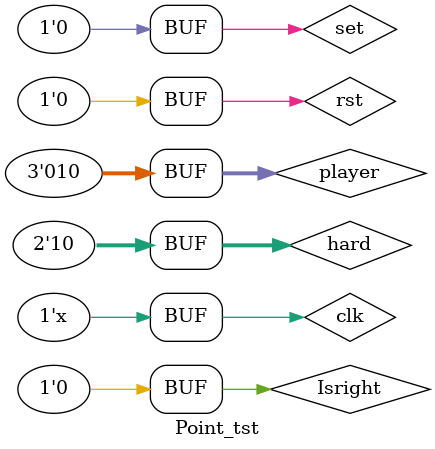
<source format=v>
`timescale 1ns / 1ps


module Point_tst();
    reg [2:0] player;
    reg Isright;
    reg rst;
    reg clk;
    reg [1:0] hard;
    reg set;
    wire [10:0] score1_out;
    wire [10:0] score2_out;
    wire [10:0] score3_out;
    
    
    initial begin
        clk=0; player=0;Isright=0;
        rst=0;hard=0; set=0;
        #50 rst=1;
        #5 rst=0;
        #50 player=2;
        #5 Isright=1; hard=1;
        #5 set=1;
        #100 set=0;
        
        #100
        #50 player=1;
        #5 Isright=1; hard=2;
        #5 set=1;
        #100 set=0;
        
        #100
        #50 player=2;
        #5 Isright=0; hard=2;
        #5 set=1;
        #100 set=0;
    end
    
    
     Point_adder pad(
           .player(player),       //ÇÀ´ðµ½µÄÄÇ¸öÑ¡ÊÖ
           .Isright(Isright),            // ÇÀ´ðÊÇ·ñÕýÈ·
           .rst(rst),                // Í¬²½ÇåÁã
           .clk(clk),                // Ê±ÖÓ
           .hard(hard),         //  ÄÑ¶È£¬·ÖÎª¼òµ¥£¬ÖÐµÈ£¬ÄÑ
           .set(set),                //´ú±íÌâÄ¿´ðÍê£¬¿ÉÒÔ½øÐÐ¼Ó¼õ·Ö
           .score1_out(score1_out),
           .score2_out(score2_out),
           .score3_out(score3_out)
   );
    
    always @(*) begin
        #1 clk<=~clk;
    end
    
endmodule

</source>
